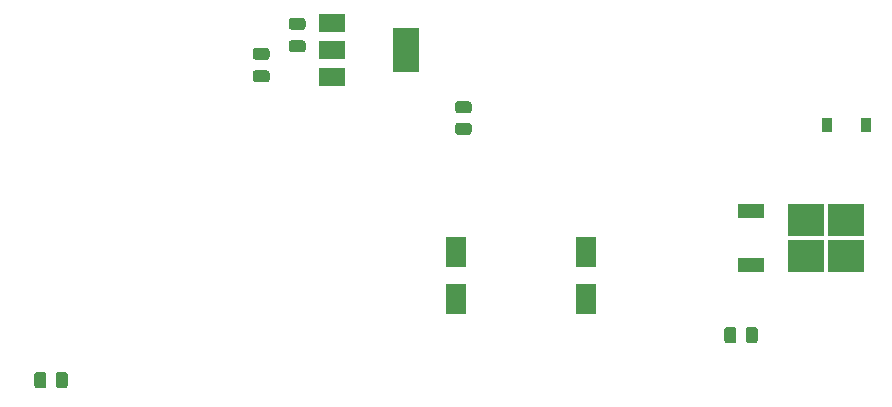
<source format=gbr>
%TF.GenerationSoftware,KiCad,Pcbnew,5.1.8-db9833491~88~ubuntu20.04.1*%
%TF.CreationDate,2020-12-02T17:03:32+01:00*%
%TF.ProjectId,motherboard,6d6f7468-6572-4626-9f61-72642e6b6963,rev?*%
%TF.SameCoordinates,Original*%
%TF.FileFunction,Paste,Top*%
%TF.FilePolarity,Positive*%
%FSLAX46Y46*%
G04 Gerber Fmt 4.6, Leading zero omitted, Abs format (unit mm)*
G04 Created by KiCad (PCBNEW 5.1.8-db9833491~88~ubuntu20.04.1) date 2020-12-02 17:03:32*
%MOMM*%
%LPD*%
G01*
G04 APERTURE LIST*
%ADD10R,2.200000X3.800000*%
%ADD11R,2.200000X1.500000*%
%ADD12R,1.800000X2.500000*%
%ADD13R,0.900000X1.200000*%
%ADD14R,3.050000X2.750000*%
%ADD15R,2.200000X1.200000*%
G04 APERTURE END LIST*
D10*
%TO.C,U31*%
X165979000Y-70451000D03*
D11*
X159679000Y-68151000D03*
X159679000Y-70451000D03*
X159679000Y-72751000D03*
%TD*%
%TO.C,R93*%
G36*
G01*
X135505000Y-97940998D02*
X135505000Y-98841002D01*
G75*
G02*
X135255002Y-99091000I-249998J0D01*
G01*
X134729998Y-99091000D01*
G75*
G02*
X134480000Y-98841002I0J249998D01*
G01*
X134480000Y-97940998D01*
G75*
G02*
X134729998Y-97691000I249998J0D01*
G01*
X135255002Y-97691000D01*
G75*
G02*
X135505000Y-97940998I0J-249998D01*
G01*
G37*
G36*
G01*
X137330000Y-97940998D02*
X137330000Y-98841002D01*
G75*
G02*
X137080002Y-99091000I-249998J0D01*
G01*
X136554998Y-99091000D01*
G75*
G02*
X136305000Y-98841002I0J249998D01*
G01*
X136305000Y-97940998D01*
G75*
G02*
X136554998Y-97691000I249998J0D01*
G01*
X137080002Y-97691000D01*
G75*
G02*
X137330000Y-97940998I0J-249998D01*
G01*
G37*
%TD*%
%TO.C,C2*%
G36*
G01*
X157208000Y-68731000D02*
X156258000Y-68731000D01*
G75*
G02*
X156008000Y-68481000I0J250000D01*
G01*
X156008000Y-67981000D01*
G75*
G02*
X156258000Y-67731000I250000J0D01*
G01*
X157208000Y-67731000D01*
G75*
G02*
X157458000Y-67981000I0J-250000D01*
G01*
X157458000Y-68481000D01*
G75*
G02*
X157208000Y-68731000I-250000J0D01*
G01*
G37*
G36*
G01*
X157208000Y-70631000D02*
X156258000Y-70631000D01*
G75*
G02*
X156008000Y-70381000I0J250000D01*
G01*
X156008000Y-69881000D01*
G75*
G02*
X156258000Y-69631000I250000J0D01*
G01*
X157208000Y-69631000D01*
G75*
G02*
X157458000Y-69881000I0J-250000D01*
G01*
X157458000Y-70381000D01*
G75*
G02*
X157208000Y-70631000I-250000J0D01*
G01*
G37*
%TD*%
%TO.C,C1*%
G36*
G01*
X154160000Y-71271000D02*
X153210000Y-71271000D01*
G75*
G02*
X152960000Y-71021000I0J250000D01*
G01*
X152960000Y-70521000D01*
G75*
G02*
X153210000Y-70271000I250000J0D01*
G01*
X154160000Y-70271000D01*
G75*
G02*
X154410000Y-70521000I0J-250000D01*
G01*
X154410000Y-71021000D01*
G75*
G02*
X154160000Y-71271000I-250000J0D01*
G01*
G37*
G36*
G01*
X154160000Y-73171000D02*
X153210000Y-73171000D01*
G75*
G02*
X152960000Y-72921000I0J250000D01*
G01*
X152960000Y-72421000D01*
G75*
G02*
X153210000Y-72171000I250000J0D01*
G01*
X154160000Y-72171000D01*
G75*
G02*
X154410000Y-72421000I0J-250000D01*
G01*
X154410000Y-72921000D01*
G75*
G02*
X154160000Y-73171000I-250000J0D01*
G01*
G37*
%TD*%
D12*
%TO.C,D1*%
X170195000Y-87501000D03*
X170195000Y-91501000D03*
%TD*%
D13*
%TO.C,D3*%
X204865000Y-76801000D03*
X201565000Y-76801000D03*
%TD*%
D12*
%TO.C,D2*%
X181193200Y-87501000D03*
X181193200Y-91501000D03*
%TD*%
%TO.C,R92*%
G36*
G01*
X193925000Y-94130998D02*
X193925000Y-95031002D01*
G75*
G02*
X193675002Y-95281000I-249998J0D01*
G01*
X193149998Y-95281000D01*
G75*
G02*
X192900000Y-95031002I0J249998D01*
G01*
X192900000Y-94130998D01*
G75*
G02*
X193149998Y-93881000I249998J0D01*
G01*
X193675002Y-93881000D01*
G75*
G02*
X193925000Y-94130998I0J-249998D01*
G01*
G37*
G36*
G01*
X195750000Y-94130998D02*
X195750000Y-95031002D01*
G75*
G02*
X195500002Y-95281000I-249998J0D01*
G01*
X194974998Y-95281000D01*
G75*
G02*
X194725000Y-95031002I0J249998D01*
G01*
X194725000Y-94130998D01*
G75*
G02*
X194974998Y-93881000I249998J0D01*
G01*
X195500002Y-93881000D01*
G75*
G02*
X195750000Y-94130998I0J-249998D01*
G01*
G37*
%TD*%
D14*
%TO.C,Q1*%
X199830000Y-87851000D03*
X203180000Y-84801000D03*
X199830000Y-84801000D03*
X203180000Y-87851000D03*
D15*
X195205000Y-88606000D03*
X195205000Y-84046000D03*
%TD*%
%TO.C,R1*%
G36*
G01*
X170364998Y-76600000D02*
X171265002Y-76600000D01*
G75*
G02*
X171515000Y-76849998I0J-249998D01*
G01*
X171515000Y-77375002D01*
G75*
G02*
X171265002Y-77625000I-249998J0D01*
G01*
X170364998Y-77625000D01*
G75*
G02*
X170115000Y-77375002I0J249998D01*
G01*
X170115000Y-76849998D01*
G75*
G02*
X170364998Y-76600000I249998J0D01*
G01*
G37*
G36*
G01*
X170364998Y-74775000D02*
X171265002Y-74775000D01*
G75*
G02*
X171515000Y-75024998I0J-249998D01*
G01*
X171515000Y-75550002D01*
G75*
G02*
X171265002Y-75800000I-249998J0D01*
G01*
X170364998Y-75800000D01*
G75*
G02*
X170115000Y-75550002I0J249998D01*
G01*
X170115000Y-75024998D01*
G75*
G02*
X170364998Y-74775000I249998J0D01*
G01*
G37*
%TD*%
M02*

</source>
